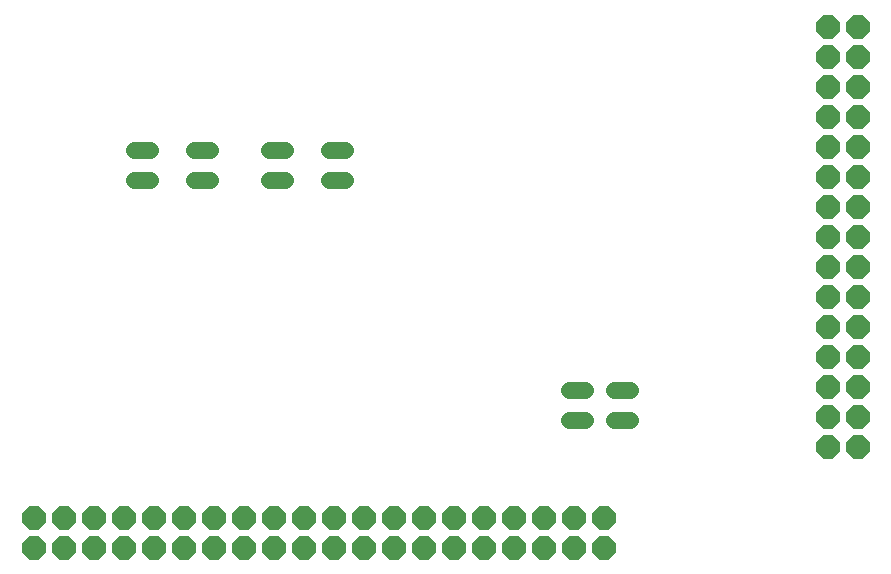
<source format=gbr>
G04 EAGLE Gerber RS-274X export*
G75*
%MOMM*%
%FSLAX34Y34*%
%LPD*%
%INSoldermask Bottom*%
%IPPOS*%
%AMOC8*
5,1,8,0,0,1.08239X$1,22.5*%
G01*
%ADD10P,2.171924X8X22.500000*%
%ADD11P,2.171924X8X292.500000*%
%ADD12C,1.473200*%


D10*
X99060Y56896D03*
X99060Y82296D03*
X124460Y56896D03*
X124460Y82296D03*
X149860Y56896D03*
X149860Y82296D03*
X175260Y56896D03*
X175260Y82296D03*
X200660Y56896D03*
X200660Y82296D03*
X226060Y56896D03*
X226060Y82296D03*
X251460Y56896D03*
X251460Y82296D03*
X276860Y56896D03*
X276860Y82296D03*
X302260Y56896D03*
X302260Y82296D03*
X327660Y56896D03*
X327660Y82296D03*
X353060Y56896D03*
X353060Y82296D03*
X378460Y56896D03*
X378460Y82296D03*
X403860Y56896D03*
X403860Y82296D03*
X429260Y56896D03*
X429260Y82296D03*
X454660Y56896D03*
X454660Y82296D03*
X480060Y56896D03*
X480060Y82296D03*
X505460Y56896D03*
X505460Y82296D03*
X530860Y56896D03*
X530860Y82296D03*
X556260Y56896D03*
X556260Y82296D03*
X581660Y56896D03*
X581660Y82296D03*
D11*
X770890Y497840D03*
X796290Y497840D03*
X770890Y472440D03*
X796290Y472440D03*
X770890Y447040D03*
X796290Y447040D03*
X770890Y421640D03*
X796290Y421640D03*
X770890Y396240D03*
X796290Y396240D03*
X770890Y370840D03*
X796290Y370840D03*
X770890Y345440D03*
X796290Y345440D03*
X770890Y320040D03*
X796290Y320040D03*
X770890Y294640D03*
X796290Y294640D03*
X770890Y269240D03*
X796290Y269240D03*
X770890Y243840D03*
X796290Y243840D03*
X770890Y218440D03*
X796290Y218440D03*
X770890Y193040D03*
X796290Y193040D03*
X770890Y167640D03*
X796290Y167640D03*
X770890Y142240D03*
X796290Y142240D03*
D12*
X565658Y190500D02*
X551942Y190500D01*
X551942Y165100D02*
X565658Y165100D01*
X590042Y190500D02*
X603758Y190500D01*
X603758Y165100D02*
X590042Y165100D01*
X362458Y393700D02*
X348742Y393700D01*
X348742Y368300D02*
X362458Y368300D01*
X248158Y393700D02*
X234442Y393700D01*
X234442Y368300D02*
X248158Y368300D01*
X197358Y393700D02*
X183642Y393700D01*
X183642Y368300D02*
X197358Y368300D01*
X297942Y393700D02*
X311658Y393700D01*
X311658Y368300D02*
X297942Y368300D01*
M02*

</source>
